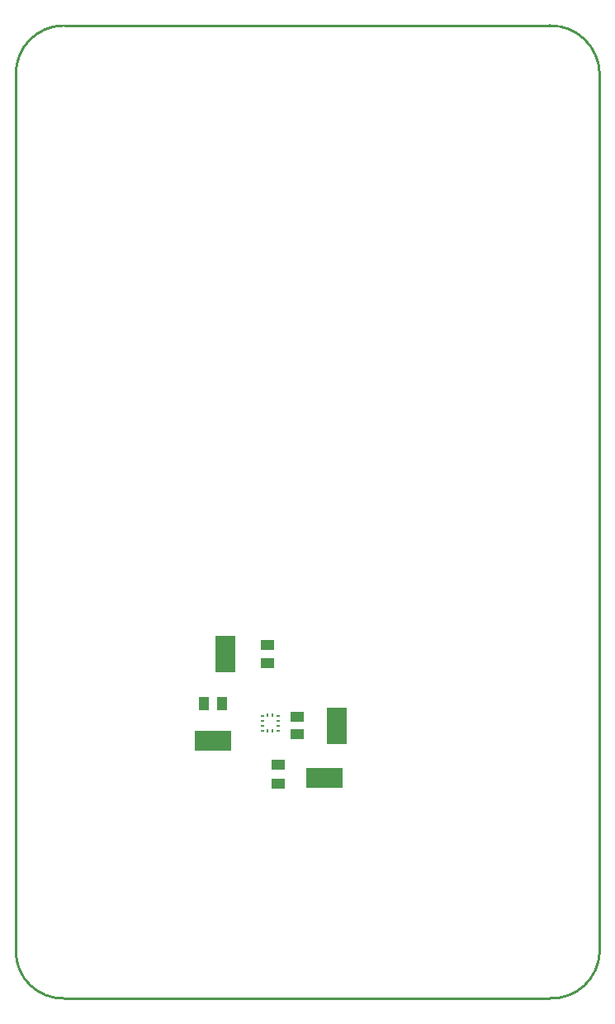
<source format=gtp>
G04*
G04 #@! TF.GenerationSoftware,Altium Limited,Altium Designer,22.6.1 (34)*
G04*
G04 Layer_Color=8421504*
%FSLAX25Y25*%
%MOIN*%
G70*
G04*
G04 #@! TF.SameCoordinates,77978B21-DC67-4B61-947D-8792CEF4CC07*
G04*
G04*
G04 #@! TF.FilePolarity,Positive*
G04*
G01*
G75*
%ADD12C,0.01000*%
%ADD13R,0.07992X0.14961*%
%ADD14R,0.14961X0.07992*%
%ADD15R,0.05433X0.04331*%
%ADD16R,0.01102X0.01614*%
%ADD17R,0.01614X0.01102*%
%ADD18R,0.03976X0.05433*%
%ADD19R,0.05433X0.03976*%
D12*
X19685Y393701D02*
G03*
X500Y374016I250J-19435D01*
G01*
X236221D02*
G03*
X216035Y393701I-19935J-250D01*
G01*
Y1000D02*
G03*
X236221Y19685I750J19435D01*
G01*
X500D02*
G03*
X19685Y1000I18935J250D01*
G01*
X236221Y19685D02*
Y374016D01*
X19685Y1000D02*
X19685D01*
X216035D01*
X20000Y393701D02*
X216035D01*
X500Y19685D02*
Y374016D01*
D13*
X85000Y140000D02*
D03*
X130000Y111063D02*
D03*
D14*
X125000Y90000D02*
D03*
X80000Y105000D02*
D03*
D15*
X114193Y107579D02*
D03*
Y114547D02*
D03*
D16*
X102224Y115256D02*
D03*
X104193D02*
D03*
Y108839D02*
D03*
X102224D02*
D03*
D17*
X106417Y115000D02*
D03*
Y113031D02*
D03*
Y111063D02*
D03*
Y109095D02*
D03*
X100000D02*
D03*
Y111063D02*
D03*
Y113031D02*
D03*
Y115000D02*
D03*
D18*
X76260Y120000D02*
D03*
X83740D02*
D03*
D19*
X106417Y87776D02*
D03*
Y95256D02*
D03*
X102224Y143740D02*
D03*
Y136260D02*
D03*
M02*

</source>
